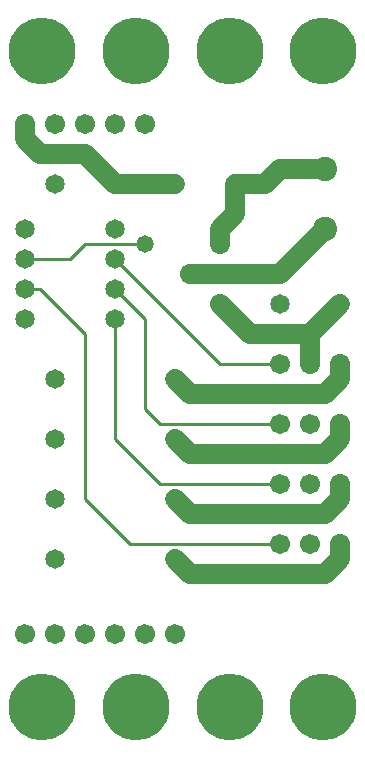
<source format=gbl>
%MOIN*%
%FSLAX25Y25*%
G04 D10 used for Character Trace; *
G04     Circle (OD=.01000) (No hole)*
G04 D11 used for Power Trace; *
G04     Circle (OD=.06700) (No hole)*
G04 D12 used for Signal Trace; *
G04     Circle (OD=.01100) (No hole)*
G04 D13 used for Via; *
G04     Circle (OD=.05800) (Round. Hole ID=.02800)*
G04 D14 used for Component hole; *
G04     Circle (OD=.06500) (Round. Hole ID=.03500)*
G04 D15 used for Component hole; *
G04     Circle (OD=.06700) (Round. Hole ID=.04300)*
G04 D16 used for Component hole; *
G04     Circle (OD=.08100) (Round. Hole ID=.05100)*
G04 D17 used for Component hole; *
G04     Circle (OD=.08900) (Round. Hole ID=.05900)*
G04 D18 used for Component hole; *
G04     Circle (OD=.11300) (Round. Hole ID=.08300)*
G04 D19 used for Component hole; *
G04     Circle (OD=.16000) (Round. Hole ID=.13000)*
G04 D20 used for Component hole; *
G04     Circle (OD=.18300) (Round. Hole ID=.15300)*
G04 D21 used for Component hole; *
G04     Circle (OD=.22291) (Round. Hole ID=.19291)*
%ADD10C,.01000*%
%ADD11C,.06700*%
%ADD12C,.01100*%
%ADD13C,.05800*%
%ADD14C,.06500*%
%ADD15C,.06700*%
%ADD16C,.08100*%
%ADD17C,.08900*%
%ADD18C,.11300*%
%ADD19C,.16000*%
%ADD20C,.18300*%
%ADD21C,.22291*%
%IPPOS*%
%LPD*%
G90*X0Y0D02*D21*X15625Y15625D03*D15*              
X40000Y40000D03*X30000D03*X20000D03*X10000D03*D21*
X46875Y15625D03*D15*X50000Y40000D03*X60000D03*D14*
Y65000D03*D11*X65000Y60000D01*X110000D01*         
X115000Y65000D01*Y70000D01*D15*D03*X105000D03*D11*
X65000Y80000D02*X110000D01*X65000D02*             
X60000Y85000D01*D14*D03*D12*X55000Y90000D02*      
X95000D01*D15*D03*X105000D03*D11*X110000Y80000D02*
X115000Y85000D01*Y90000D01*D15*D03*D11*           
X65000Y100000D02*X110000D01*X65000D02*            
X60000Y105000D01*D14*D03*D12*X55000Y110000D02*    
X95000D01*D15*D03*X105000D03*D11*                 
X110000Y100000D02*X115000Y105000D01*Y110000D01*   
D15*D03*D11*X65000Y120000D02*X110000D01*X65000D02*
X60000Y125000D01*D14*D03*D12*X55000Y110000D02*    
X50000Y115000D01*Y145000D01*X40000Y155000D01*D14* 
D03*Y165000D03*D12*X75000Y130000D01*X95000D01*D15*
D03*D11*X105000D02*Y140000D01*D15*Y130000D03*D11* 
X110000Y120000D02*X115000Y125000D01*Y130000D01*   
D15*D03*D11*X85000Y140000D02*X105000D01*X85000D02*
X75000Y150000D01*D15*D03*X65000Y160000D03*D11*    
X95000D01*X110000Y175000D01*D16*D03*D11*          
X80000Y190000D02*X90000D01*D14*X80000D03*D11*     
Y180000D01*X75000Y175000D01*Y170000D01*D15*D03*   
D14*X95000Y150000D03*D11*X90000Y190000D02*        
X95000Y195000D01*X110000D01*D16*D03*D21*          
X109375Y234375D03*X78125D03*D14*X115000Y150000D03*
D11*X105000Y140000D01*D12*X55000Y90000D02*        
X40000Y105000D01*Y145000D01*D14*D03*D12*          
X30000Y85000D02*Y140000D01*X45000Y70000D02*       
X30000Y85000D01*X45000Y70000D02*X95000D01*D15*D03*
D21*X78125Y15625D03*X109375D03*D12*               
X30000Y140000D02*X15000Y155000D01*X10000D01*D14*  
D03*Y165000D03*D12*X25000D01*X30000Y170000D01*    
X50000D01*D13*D03*D14*X40000Y175000D03*           
X60000Y190000D03*D11*X40000D01*D14*D03*D11*       
X30000Y200000D01*X15000D01*X10000Y205000D01*      
Y210000D01*D15*D03*X20000D03*X30000D03*D14*       
X20000Y190000D03*D21*X15625Y234375D03*D15*        
X40000Y210000D03*D14*X10000Y175000D03*D21*        
X46875Y234375D03*D15*X50000Y210000D03*D14*        
X10000Y145000D03*X20000Y125000D03*Y105000D03*     
Y85000D03*Y65000D03*M02*                          

</source>
